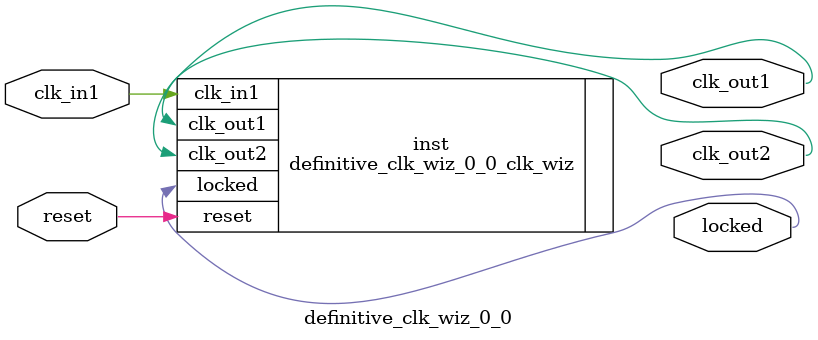
<source format=v>


`timescale 1ps/1ps

(* CORE_GENERATION_INFO = "definitive_clk_wiz_0_0,clk_wiz_v5_4_2_0,{component_name=definitive_clk_wiz_0_0,use_phase_alignment=true,use_min_o_jitter=false,use_max_i_jitter=false,use_dyn_phase_shift=false,use_inclk_switchover=false,use_dyn_reconfig=false,enable_axi=0,feedback_source=FDBK_AUTO,PRIMITIVE=MMCM,num_out_clk=2,clkin1_period=10.000,clkin2_period=10.000,use_power_down=false,use_reset=true,use_locked=true,use_inclk_stopped=false,feedback_type=SINGLE,CLOCK_MGR_TYPE=NA,manual_override=false}" *)

module definitive_clk_wiz_0_0 
 (
  // Clock out ports
  output        clk_out1,
  output        clk_out2,
  // Status and control signals
  input         reset,
  output        locked,
 // Clock in ports
  input         clk_in1
 );

  definitive_clk_wiz_0_0_clk_wiz inst
  (
  // Clock out ports  
  .clk_out1(clk_out1),
  .clk_out2(clk_out2),
  // Status and control signals               
  .reset(reset), 
  .locked(locked),
 // Clock in ports
  .clk_in1(clk_in1)
  );

endmodule

</source>
